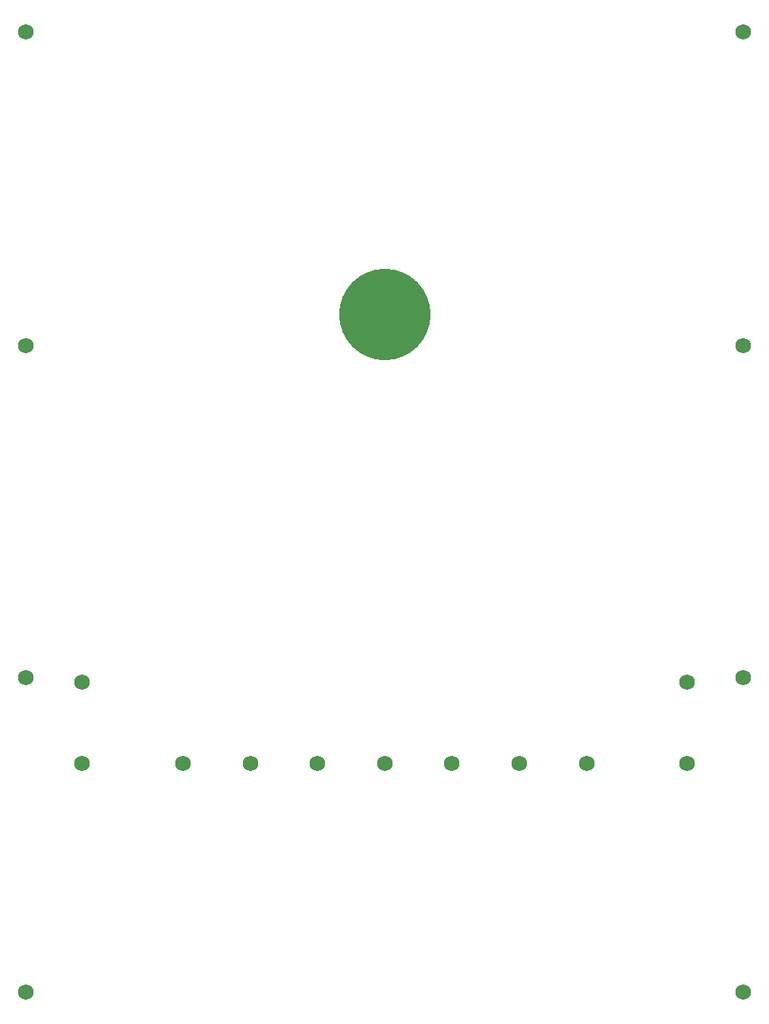
<source format=gts>
G04 Layer_Color=20142*
%FSLAX25Y25*%
%MOIN*%
G70*
G01*
G75*
%ADD14C,0.06800*%
%ADD15C,0.40170*%
D14*
X214567Y230315D02*
D03*
X185039D02*
D03*
X116142Y129921D02*
D03*
Y267717D02*
D03*
X406496Y265748D02*
D03*
Y230315D02*
D03*
X362205D02*
D03*
X303150D02*
D03*
X332677D02*
D03*
X244094D02*
D03*
X140748D02*
D03*
X431102Y551181D02*
D03*
Y413386D02*
D03*
Y267717D02*
D03*
Y129921D02*
D03*
X140748Y265748D02*
D03*
X116142Y413386D02*
D03*
Y551181D02*
D03*
X273622Y230315D02*
D03*
D15*
Y427165D02*
D03*
M02*

</source>
